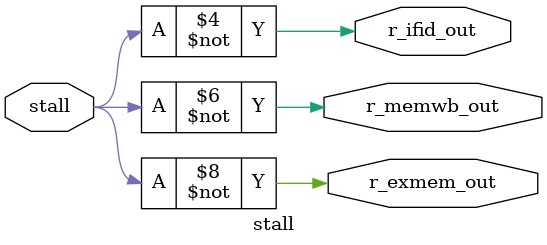
<source format=v>
module stall (stall, r_ifid_out, r_memwb_out, r_exmem_out);

input stall;
output r_ifid_out, r_memwb_out, r_exmem_out;

assign r_ifid_out = stall ^ 1'b1;
assign r_memwb_out = stall ^ 1'b1;
assign r_exmem_out = stall ^ 1'b1;

endmodule
</source>
